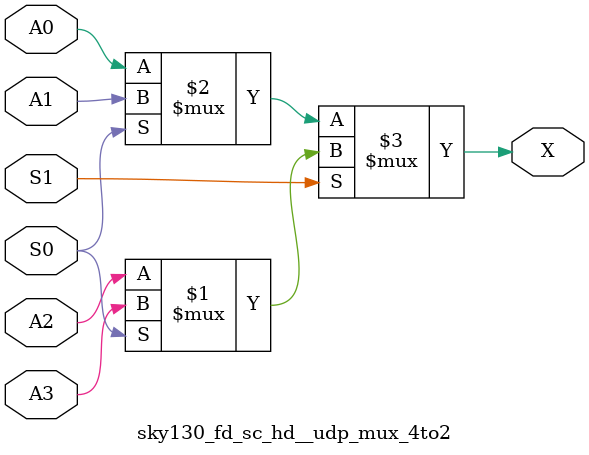
<source format=v>
`timescale 1ns / 1ps

/**
 * udp_dff$NSR: Negative edge triggered D flip-flop (Q output UDP)
 *              with both active high reset and set (set dominate).
 */
module sky130_fd_sc_hd__udp_dff$NSR (
    Q    ,
    SET  ,
    RESET,
    CLK_N,
    D
);

    output reg Q    ;
    input  wire SET  ;
    input  wire RESET;
    input  wire CLK_N;
    input  wire D    ;

    always @(posedge CLK_N or posedge SET or posedge RESET) begin
        if (SET)
            Q <= 1;
        else if (RESET)
            Q <= 0;
        else
            Q <= D;
    end

`ifdef nope
    table
     // SET RESET CLK_N  D  :  Qt : Qt+1
         0    1     ?    ?  :  ?  :  0    ; // Asserting reset
         0    *     ?    ?  :  0  :  0    ; // Changing reset
         1    ?     ?    ?  :  ?  :  1    ; // Asserting set (dominates reset)
         *    0     ?    ?  :  1  :  1    ; // Changing set
         0    ?    (01)  0  :  ?  :  0    ; // rising clock
         ?    0    (01)  1  :  ?  :  1    ; // rising clock
         0    ?     p    0  :  0  :  0    ; // potential rising clock
         ?    0     p    1  :  1  :  1    ; // potential rising clock
         0    0     n    ?  :  ?  :  -    ; // Clock falling register output does not change
         0    0     ?    *  :  ?  :  -    ; // Changing Data
    endtable
`endif

endmodule


/**
 * udp_dff$NSR_pp$PG$N: Negative edge triggered D flip-flop
 *                      (Q output UDP) with both active high reset and
 *                      set (set dominate). Includes VPWR and VGND
 *                      power pins and notifier pin.
 */
module sky130_fd_sc_hd__udp_dff$NSR_pp$PG$N (
    Q       ,
    SET     ,
    RESET   ,
    CLK_N   ,
    D       ,
    NOTIFIER,
    VPWR    ,
    VGND
);

    output reg Q       ;
    input  wire SET     ;
    input  wire RESET   ;
    input  wire CLK_N   ;
    input  wire D       ;
    input  wire NOTIFIER;
    input  wire VPWR    ;
    input  wire VGND    ;

    always @(posedge CLK_N or posedge SET or posedge RESET) begin
        if (SET)
            Q <= 1;
        else if (RESET)
            Q <= 0;
        else
            Q <= D;
    end

`ifdef nope
    table
     //         SET          RESET CLK_N  D  NOTIFIER VPWR VGND :  Qt : Qt+1
                 0             1     b    ?     ?      1    0   :  ?  :  0    ; // Asserting reset
                 0             *     ?    ?     ?      1    0   :  0  :  0    ; // Changing reset
                 1             ?     b    ?     ?      1    0   :  ?  :  1    ; // Asserting set  (dominates reset)
                 *             0     ?    ?     ?      1    0   :  1  :  1    ; // Changing set
                 1             ?     n    ?     ?      1    0   :  1  :  1    ;
                 ?             1     n    ?     ?      1    0   :  0  :  0    ;
                 x             ?     n    ?     ?      1    0   :  1  :  1    ;
                 ?             x     n    ?     ?      1    0   :  0  :  0    ;
                 0             ?    (01)  0     ?      1    0   :  ?  :  0    ; // rising clock
                 ?             0    (01)  1     ?      1    0   :  ?  :  1    ; // rising clock
                 0             ?     p    0     ?      1    0   :  0  :  0    ; // potential rising clock
                 ?             0     p    1     ?      1    0   :  1  :  1    ; // potential rising clock
                 0             ?     x    0     ?      1    0   :  1  :  x    ;
                 ?             0     x    1     ?      1    0   :  0  :  x    ;
                 0             0     n    ?     ?      1    0   :  ?  :  -    ; // Clock falling register output does not change
                 0             0     ?    *     ?      1    0   :  ?  :  -    ; // Changing Data
        // ['IfDef(functional)', '']                 ?             ?     ?    ?     *      1    0   :  ?  :  -    ; // go to - on notify
        // ['Else', '']                 ?             ?     ?    ?     *      1    0   :  ?  :  X    ; // go to X on notify
        // ['EndIfDef(functional)', '']                 ?             ?     ?    ?     ?      *    0   :  ?  :  X    ; // any change on vpwr
                 ?             ?     ?    ?     ?      ?    *   :  ?  :  X    ; // any change on vgnd
    endtable
`endif

endmodule


/**
 * udp_dff$P: Positive edge triggered D flip-flop (Q output UDP).
 *
 */
module sky130_fd_sc_hd__udp_dff$P (
    Q  ,
    D  ,
    CLK
);

    output reg Q  ;
    input  wire D  ;
    input  wire CLK;

    always @(posedge CLK) begin
        Q <= D;
    end

`ifdef nope
    table
     //  D  CLK  :  Qt : Qt+1
         1  (01) :  ?  :  1    ; // clocked data
         0  (01) :  ?  :  0    ;
         1  (x1) :  1  :  1    ; // reducing pessimism
         0  (x1) :  0  :  0    ;
         1  (0x) :  1  :  1    ;
         0  (0x) :  0  :  0    ;
         ?  (1x) :  ?  :  -    ; // no change on falling edge
         ?  (?0) :  ?  :  -    ;
         *   ?   :  ?  :  -    ; // ignore edges on data
    endtable
`endif

endmodule


/**
 * udp_dff$P_pp$PG$N: Positive edge triggered D flip-flop
 *                    (Q output UDP).
 */

module sky130_fd_sc_hd__udp_dff$P_pp$PG$N (
    Q       ,
    D       ,
    CLK     ,
    NOTIFIER,
    VPWR    ,
    VGND
);

    output reg Q       ;
    input  wire D       ;
    input  wire CLK     ;
    input  wire NOTIFIER;
    input  wire VPWR    ;
    input  wire VGND    ;

    always @(posedge CLK) begin
        Q <= D;
    end

`ifdef nope
    table
     //          D           CLK  NOTIFIER VPWR VGND :  Qt : Qt+1
                 1           (01)    ?      1    0   :  ?  :  1    ; // clocked data
                 0           (01)    ?      1    0   :  ?  :  0    ;
                 1           (x1)    ?      1    0   :  1  :  1    ; // reducing pessimism
                 0           (x1)    ?      1    0   :  0  :  0    ;
                 1           (0x)    ?      1    0   :  1  :  1    ;
                 0           (0x)    ?      1    0   :  0  :  0    ;
                 0            x      ?      1    0   :  0  :  0    ; // Hold when CLK=X and D=Q
                 1            x      ?      1    0   :  1  :  1    ; // Hold when CLK=X and D=Q
                 ?           (?0)    ?      1    0   :  ?  :  -    ;
                 *            b      ?      1    0   :  ?  :  -    ; // ignore edges on data
        // ['IfDef(functional)', '']                 ?            ?      *      1    0   :  ?  :  -    ;
        // ['Else', '']                 ?            ?      *      1    0   :  ?  :  x    ;
        // ['EndIfDef(functional)', '']                 ?            ?      ?      *    ?   :  ?  :  x    ; // any change on vpwr
                 ?            ?      ?      ?    *   :  ?  :  x    ; // any change on vgnd
    endtable
`endif

endmodule


/**
 * udp_dff$PR: Positive edge triggered D flip-flop with active high
 */
module sky130_fd_sc_hd__udp_dff$PR (
    Q    ,
    D    ,
    CLK  ,
    RESET
);

    output reg Q    ;
    input  wire D    ;
    input  wire CLK  ;
    input  wire RESET;

    always @(posedge CLK or posedge RESET) begin
        if (RESET)
            Q <= 0;
        else
            Q <= D;
    end

`ifdef nope
    table
     //  D  CLK  RESET :  Qt : Qt+1
         *   b     0   :  ?  :  -    ; // data event, hold unless CP==x
         ?  (?0)   0   :  ?  :  -    ; // CP => 0, hold
         ?   b    (?0) :  ?  :  -    ; // R => 0, hold unless CP==x
         ?   ?     1   :  ?  :  0    ; // async reset
         0   r     ?   :  ?  :  0    ; // clock data on CP
         1   r     0   :  ?  :  1    ; // clock data on CP
         0  (x1)   ?   :  0  :  0    ; // possible CP, hold when D==Q==0
         1  (x1)   0   :  1  :  1    ; // possible CP, hold when D==Q==1
         0   x     ?   :  0  :  0    ; // unkown CP, hold when D==Q==0
         1   x     0   :  1  :  1    ; // unkown CP, hold when D==Q==1
         ?   b    (?x) :  0  :  0    ; // R=>x, hold when Q==0 unless CP==x
    endtable
`endif

endmodule


/**
 * udp_dff$PR_pp$PG$N: Positive edge triggered D flip-flop with active
 *                     high
 */
module sky130_fd_sc_hd__udp_dff$PR_pp$PG$N (
    Q       ,
    D       ,
    CLK     ,
    RESET   ,
    NOTIFIER,
    VPWR    ,
    VGND
);

    output reg Q       ;
    input  wire D       ;
    input  wire CLK     ;
    input  wire RESET   ;
    input  wire NOTIFIER;
    input  wire VPWR    ;
    input  wire VGND    ;

    always @(posedge CLK or posedge RESET) begin
        if (RESET)
            Q <= 0;
        else
            Q <= D;
    end

`ifdef nope
    table
     //          D           CLK  RESET NOTIFIER VPWR VGND :  Qt : Qt+1
                 *            b     0      ?      1    0   :  ?  :  -    ; // data event, hold unless CP==x
                 ?           (?0)   0      ?      1    0   :  ?  :  -    ; // CP => 0, hold
                 ?            b    (?0)    ?      1    0   :  ?  :  -    ; // R => 0, hold unless CP==x
                 ?            ?     1      ?      1    0   :  ?  :  0    ; // async reset
                 0            r     ?      ?      1    0   :  ?  :  0    ; // clock data on CP
                 1            r     0      ?      1    0   :  ?  :  1    ; // clock data on CP
                 0           (x1)   ?      ?      1    0   :  0  :  0    ; // possible CP, hold when D==Q==0
                 1           (x1)   0      ?      1    0   :  1  :  1    ; // possible CP, hold when D==Q==1
                 0            x     ?      ?      1    0   :  0  :  0    ; // unkown CP, hold when D==Q==0
                 1            x     0      ?      1    0   :  1  :  1    ; // unkown CP, hold when D==Q==1
                 ?            b    (?x)    ?      1    0   :  0  :  0    ; // R=>x, hold when Q==0 unless CP==x
                 ?           (?0)   x      ?      1    0   :  0  :  0    ;
        // ['IfDef(functional)', '']                 ?            ?     ?      *      1    0   :  ?  :  -    ; // Q => - on any change on notifier
        // ['Else', '']                 ?            ?     ?      *      1    0   :  ?  :  x    ; // Q => X on any change on notifier
        // ['EndIfDef(functional)', '']                 ?            ?     ?      ?      *    ?   :  ?  :  x    ; // Q => X on any change on vpwr
                 ?            ?     ?      ?      ?    *   :  ?  :  x    ; // Q => X on any change on vgnd
    endtable
`endif

endmodule


/**
 * udp_dff$PS: Positive edge triggered D flip-flop with active high
 */
module sky130_fd_sc_hd__udp_dff$PS (
    Q  ,
    D  ,
    CLK,
    SET
);

    output reg Q  ;
    input  wire D  ;
    input  wire CLK;
    input  wire SET;

    always @(posedge CLK or posedge SET) begin
        if (SET)
            Q <= 1;
        else
            Q <= D;
    end

`ifdef nope
    table
     //  D  CLK  SET  :  Qt : Qt+1
         *   b    0   :  ?  :  -    ; // data event, hold unless CP==x
         ?  (?0)  0   :  ?  :  -    ; // CP => 0, hold
         ?   b   (?0) :  ?  :  -    ; // S => 0, hold unless CP==x
         ?   ?    1   :  ?  :  1    ; // async set
         0   r    0   :  ?  :  0    ; // clock data on CP
         1   r    ?   :  ?  :  1    ; // clock data on CP
         0  (x1)  0   :  0  :  0    ; // possible CP, hold when D==Q==0
         1  (x1)  ?   :  1  :  1    ; // possible CP, hold when D==Q==1
         0   x    0   :  0  :  0    ; // unkown CP, hold when D==Q==0
         1   x    ?   :  1  :  1    ; // unkown CP, hold when D==Q==1
         ?   b   (?x) :  1  :  1    ; // S=>x, hold when Q==1 unless CP==x
    endtable
`endif

endmodule


/**
 * udp_dff$PS_pp$PG$N: Positive edge triggered D flip-flop with active
 *                     high
 */
module sky130_fd_sc_hd__udp_dff$PS_pp$PG$N (
    Q       ,
    D       ,
    CLK     ,
    SET     ,
    NOTIFIER,
    VPWR    ,
    VGND
);

    output reg Q       ;
    input  wire D       ;
    input  wire CLK     ;
    input  wire SET     ;
    input  wire NOTIFIER;
    input  wire VPWR    ;
    input  wire VGND    ;

    always @(posedge CLK or posedge SET) begin
        if (SET)
            Q <= 1;
        else
            Q <= D;
    end

`ifdef nope
    table
     //          D           CLK  SET  NOTIFIER VPWR VGND :  Qt : Qt+1
                 *            b    0      ?      1    0   :  ?  :  -    ; // data event, hold unless CP==x
                 ?           (?0)  0      ?      1    0   :  ?  :  -    ; // CP => 0, hold
                 ?            b   (?0)    ?      1    0   :  ?  :  -    ; // S => 0, hold unless CP==x
                 ?            ?    1      ?      1    0   :  ?  :  1    ; // async set
                 0            r    0      ?      1    0   :  ?  :  0    ; // clock data on CP
                 1            r    ?      ?      1    0   :  ?  :  1    ; // clock data on CP
                 0           (x1)  0      ?      1    0   :  0  :  0    ; // possible CP, hold when D==Q==0
                 1           (x1)  ?      ?      1    0   :  1  :  1    ; // possible CP, hold when D==Q==1
                 0            x    0      ?      1    0   :  0  :  0    ; // unkown CP, hold when D==Q==0
                 1            x    ?      ?      1    0   :  1  :  1    ; // unkown CP, hold when D==Q==1
                 ?            b   (?x)    ?      1    0   :  1  :  1    ; // S=>x, hold when Q==1 unless CP==x
                 ?           (?0)  x      ?      1    0   :  1  :  1    ;
        // ['IfDef(functional)', '']                 ?            ?    ?      *      1    0   :  ?  :  -    ; // Q => - on any change on notifier
        // ['Else', '']                 ?            ?    ?      *      1    0   :  ?  :  x    ; // Q => X on any change on notifier
        // ['EndIfDef(functional)', '']                 ?            ?    ?      ?      *    ?   :  ?  :  x    ; // Q => X on any change on vpwr
                 ?            ?    ?      ?      ?    *   :  ?  :  x    ; // Q => X on any change on vgnd
    endtable
`endif

endmodule


/**
 * udp_dlatch$lP: D-latch, gated standard drive / active high
 *                (Q output UDP)
 */
module sky130_fd_sc_hd__udp_dlatch$lP (
    Q   ,
    D   ,
    GATE
);

    output reg Q   ;
    input  wire D   ;
    input  wire GATE;

    always @* begin
        if (GATE)
            Q = D;
    end

`ifdef nope
    table
     //  D  GATE :  Qt : Qt+1
         ?   0   :  ?  :  -    ; // hold
         0   1   :  ?  :  0    ; // pass 0
         1   1   :  ?  :  1    ; // pass 1
         0   x   :  0  :  0    ; // reduce pessimism
         1   x   :  1  :  1    ; // reduce pessimism
    endtable
`endif

endmodule


/**
 * udp_dlatch$lP_pp$PG$N: D-latch, gated standard drive / active high
 *                        (Q output UDP)
 */
module sky130_fd_sc_hd__udp_dlatch$lP_pp$PG$N (
    Q       ,
    D       ,
    GATE    ,
    NOTIFIER,
    VPWR    ,
    VGND
);

    output reg Q       ;
    input  wire D       ;
    input  wire GATE    ;
    input  wire NOTIFIER;
    input  wire VPWR    ;
    input  wire VGND    ;

    always @* begin
        if (GATE)
            Q = D;
    end

`ifdef nope
    table
     //          D           GATE NOTIFIER VPWR VGND : Qtn : Qtn+1
                 *            0      ?      1    0   :  ?  :   -    ;
                 ?           (?0)    ?      1    0   :  ?  :   -    ;
                 ?           (1x)    ?      1    0   :  ?  :   -    ;
                 0           (0x)    ?      1    0   :  0  :   0    ;
                 1           (0x)    ?      1    0   :  1  :   1    ;
                 0           (x1)    ?      1    0   :  ?  :   0    ;
                 1           (x1)    ?      1    0   :  ?  :   1    ;
                (?0)          1      ?      1    0   :  ?  :   0    ;
                (?1)          1      ?      1    0   :  ?  :   1    ;
                 0           (01)    ?      1    0   :  ?  :   0    ;
                 1           (01)    ?      1    0   :  ?  :   1    ;
                (?1)          x      ?      1    0   :  1  :   1    ; // Reducing pessimism.
                (?0)          x      ?      1    0   :  0  :   0    ;
        // ['IfDef(functional)', '']                 ?            ?      *      1    0   :  ?  :   -    ;
        // ['Else', '']                 ?            ?      *      1    0   :  ?  :   x    ;
        // ['EndIfDef(functional)', '']                 ?            ?      ?      *    ?   :  ?  :   x    ; // any change on vpwr
                 ?            ?      ?      ?    *   :  ?  :   x    ; // any change on vgnd
    endtable
`endif

endmodule


/**
 * udp_dlatch$P: D-latch, gated standard drive / active high
 *               (Q output UDP)
 */
module sky130_fd_sc_hd__udp_dlatch$P (
    Q   ,
    D   ,
    GATE
);

    output reg Q   ;
    input  wire D   ;
    input  wire GATE;

    always @* begin
        if (GATE)
            Q = D;
    end

`ifdef nope
    table
     //  D  GATE :  Qt : Qt+1
         ?   0   :  ?  :  -    ; // hold
         0   1   :  ?  :  0    ; // pass 0
         1   1   :  ?  :  1    ; // pass 1
         0   x   :  0  :  0    ; // reduce pessimism
         1   x   :  1  :  1    ; // reduce pessimism
    endtable
`endif
endmodule


/**
 * udp_dlatch$P_pp$PG$N: D-latch, gated standard drive / active high
 *                       (Q output UDP)
 */
module sky130_fd_sc_hd__udp_dlatch$P_pp$PG$N (
    Q       ,
    D       ,
    GATE    ,
    NOTIFIER,
    VPWR    ,
    VGND
);

    output reg Q       ;
    input  wire D       ;
    input  wire GATE    ;
    input  wire NOTIFIER;
    input  wire VPWR    ;
    input  wire VGND    ;

    always @* begin
        if (GATE)
            Q = D;
    end

`ifdef nope
    table
     //          D           GATE NOTIFIER VPWR VGND : Qtn : Qtn+1
                 *            0      ?      1    0   :  ?  :   -    ;
                 ?           (?0)    ?      1    0   :  ?  :   -    ;
                 ?           (1x)    ?      1    0   :  ?  :   -    ;
                 0           (0x)    ?      1    0   :  0  :   0    ;
                 1           (0x)    ?      1    0   :  1  :   1    ;
                 0           (x1)    ?      1    0   :  ?  :   0    ;
                 1           (x1)    ?      1    0   :  ?  :   1    ;
                (?0)          1      ?      1    0   :  ?  :   0    ;
                (?1)          1      ?      1    0   :  ?  :   1    ;
                 0           (01)    ?      1    0   :  ?  :   0    ;
                 1           (01)    ?      1    0   :  ?  :   1    ;
                (?1)          x      ?      1    0   :  1  :   1    ; // Reducing pessimism.
                (?0)          x      ?      1    0   :  0  :   0    ;
        // ['IfDef(functional)', '']                 ?            ?      *      1    0   :  ?  :   -    ;
        // ['Else', '']                 ?            ?      *      1    0   :  ?  :   x    ;
        // ['EndIfDef(functional)', '']                 0            1      ?     (?1)  0   :  ?  :   0    ;
                 1            1      ?     (?1)  0   :  ?  :   1    ;
                 0            1      ?      1   (?0) :  ?  :   0    ;
                 1            1      ?      1   (?0) :  ?  :   1    ;
    endtable
`endif

endmodule


/**
 * udp_dlatch$PR: D-latch, gated clear direct / gate active high
 *                (Q output UDP)
 */
module sky130_fd_sc_hd__udp_dlatch$PR (
    Q    ,
    D    ,
    GATE ,
    RESET
);

    output Q    ;
    input  D    ;
    input  GATE ;
    input  RESET;

    always @* begin
        if (RESET)
            Q = 0;
        else if (GATE)
            Q = D;
    end

`ifdef nope
    table
     //  D  GATE RESET :  Qt : Qt+1
         ?   0     0   :  ?  :  -    ; // hold
         0   1     0   :  ?  :  0    ; // pass 0
         1   1     0   :  ?  :  1    ; // pass 1
         ?   ?     1   :  ?  :  0    ; // async reset
         0   1     ?   :  ?  :  0    ; // reduce pessimism
         0   x     0   :  0  :  0    ; // reduce pessimism
         1   x     0   :  1  :  1    ; // reduce pessimism
         ?   0     x   :  0  :  0    ; // reduce pessimism
         0   x     x   :  0  :  0    ; // reduce pessimism
    endtable
`endif
endmodule


/**
 * udp_dlatch$PR_pp$PG$N: D-latch, gated clear direct / gate active
 *                        high (Q output UDP)
 */
module sky130_fd_sc_hd__udp_dlatch$PR_pp$PG$N (
    Q       ,
    D       ,
    GATE    ,
    RESET   ,
    NOTIFIER,
    VPWR    ,
    VGND
);

    output reg Q       ;
    input  wire D       ;
    input  wire GATE    ;
    input  wire RESET   ;
    input  wire NOTIFIER;
    input  wire VPWR    ;
    input  wire VGND    ;

    always @* begin
        if (RESET)
            Q = 0;
        else if (GATE)
            Q = D;
    end

`ifdef nope
    table
     //          D           GATE RESET NOTIFIER VPWR VGND :  Qt : Qt+1
                 *            0     0      ?      1    0   :  ?  :  -    ;
                 ?            ?     1      ?      1    0   :  ?  :  0    ; // asynchro clear
                 ?           (?0)   0      ?      1    0   :  ?  :  -    ; // Changed R=? to R=0 ; jek 08/14/06/
                 ?           (1x)   0      ?      1    0   :  ?  :  -    ; // Changed R=? to R=0 ; jek 08/14/06
                 0           (0x)   0      ?      1    0   :  0  :  0    ;
                 1           (0x)   0      ?      1    0   :  1  :  1    ;
                 0           (x1)   0      ?      1    0   :  ?  :  0    ;
                 1           (x1)   0      ?      1    0   :  ?  :  1    ;
                (?0)          1     0      ?      1    0   :  ?  :  0    ;
                (?1)          1     0      ?      1    0   :  ?  :  1    ;
                 0           (01)   0      ?      1    0   :  ?  :  0    ;
                 1           (01)   0      ?      1    0   :  ?  :  1    ;
                 ?            0    (?x)    ?      1    0   :  0  :  0    ; // Reducing pessimism.//AB
                 *            0     x      ?      1    0   :  0  :  0    ; // Reducing pessimism//AB
                 0           (?1)   x      ?      1    0   :  ?  :  0    ; // Reducing pessimism.
                (?0)          1     x      ?      1    0   :  ?  :  0    ; // Reducing pessimism.
                 0            1    (?x)    ?      1    0   :  ?  :  0    ; // Reducing pessimism.//AB
                 ?            0    (?0)    ?      1    0   :  ?  :  -    ; // ignore edge on clear
                 0            1    (?0)    ?      1    0   :  ?  :  0    ; // pessimism .
                 1            1    (?0)    ?      1    0   :  ?  :  1    ;
                (?1)          x     0      ?      1    0   :  1  :  1    ; // Reducing pessimism.
                (?0)          x     0      ?      1    0   :  0  :  0    ; // Reducing pessimism.
        // ['IfDef(functional)', '']                 ?            ?     ?      *      1    0   :  ?  :  -    ;
        // ['Else', '']                 ?            ?     ?      *      1    0   :  ?  :  x    ;
        // ['EndIfDef(functional)', '']                 0            1     0      ?     (?1)  0   :  ?  :  0    ;
                 1            1     0      ?     (?1)  0   :  ?  :  1    ;
                 0            1     0      ?      1   (?0) :  ?  :  0    ;
                 1            1     0      ?      1   (?0) :  ?  :  1    ;
    endtable
`endif

endmodule


/**
 * udp_mux_2to1: Two to one multiplexer
 */
module sky130_fd_sc_hd__udp_mux_2to1 (
    X ,
    A0,
    A1,
    S
);

    output wire X ;
    input  wire A0;
    input  wire A1;
    input  wire S ;

    assign X = S ? A1 : A0;

`ifdef nope
    table
     //  A0  A1  S  :  X
         0   0   ?  :  0   ;
         1   1   ?  :  1   ;
         0   ?   0  :  0   ;
         1   ?   0  :  1   ;
         ?   0   1  :  0   ;
         ?   1   1  :  1   ;
    endtable
`endif

endmodule


/**
 * udp_mux_2to1_N: Two to one multiplexer with inverting output
 */
module sky130_fd_sc_hd__udp_mux_2to1_N (
    Y ,
    A0,
    A1,
    S
);

    output wire Y ;
    input  wire A0;
    input  wire A1;
    input  wire S ;

    assign X = !(S ? A1 : A0);

`ifdef nope
    table
     //  A0  A1  S  :  Y
         0   ?   0  :  1   ;
         1   ?   0  :  0   ;
         ?   0   1  :  1   ;
         ?   1   1  :  0   ;
         0   0   ?  :  1   ;
         1   1   ?  :  0   ;
    endtable
`endif

endmodule


/**
 * udp_mux_4to2: Four to one multiplexer with 2 select controls
 *
 */
module sky130_fd_sc_hd__udp_mux_4to2 (
    X ,
    A0,
    A1,
    A2,
    A3,
    S0,
    S1
);

    output wire X ;
    input  wire A0;
    input  wire A1;
    input  wire A2;
    input  wire A3;
    input  wire S0;
    input  wire S1;

    assign X = S1 ? (S0 ? A3 : A2) : (S0 ? A1 : A0);

`ifdef nope
    table
     //  A0  A1  A2  A3  S0  S1 :  X
         0   ?   ?   ?   0   0  :  0   ;
         1   ?   ?   ?   0   0  :  1   ;
         ?   0   ?   ?   1   0  :  0   ;
         ?   1   ?   ?   1   0  :  1   ;
         ?   ?   0   ?   0   1  :  0   ;
         ?   ?   1   ?   0   1  :  1   ;
         ?   ?   ?   0   1   1  :  0   ;
         ?   ?   ?   1   1   1  :  1   ;
         0   0   0   0   ?   ?  :  0   ;
         1   1   1   1   ?   ?  :  1   ;
         0   0   ?   ?   ?   0  :  0   ;
         1   1   ?   ?   ?   0  :  1   ;
         ?   ?   0   0   ?   1  :  0   ;
         ?   ?   1   1   ?   1  :  1   ;
         0   ?   0   ?   0   ?  :  0   ;
         1   ?   1   ?   0   ?  :  1   ;
         ?   0   ?   0   1   ?  :  0   ;
         ?   1   ?   1   1   ?  :  1   ;
    endtable
`endif
endmodule


`ifdef NOPE

/**
 * Copyright 2020 The SkyWater PDK Authors
 *
 * Licensed under the Apache License, Version 2.0 (the "License");
 * you may not use this file except in compliance with the License.
 * You may obtain a copy of the License at
 *
 *     https://www.apache.org/licenses/LICENSE-2.0
 *
 * Unless required by applicable law or agreed to in writing, software
 * distributed under the License is distributed on an "AS IS" BASIS,
 * WITHOUT WARRANTIES OR CONDITIONS OF ANY KIND, either express or implied.
 * See the License for the specific language governing permissions and
 * limitations under the License.
 *
 * SPDX-License-Identifier: Apache-2.0
 */

`ifndef SKY130_FD_SC_HD__UDP_PWRGOOD_L_PP_G_V
`define SKY130_FD_SC_HD__UDP_PWRGOOD_L_PP_G_V

/**

 *   UDP_OUT :=x when VGND!=0
 *   UDP_OUT :=UDP_IN when VGND==0
 *
 * Verilog primitive definition.
 *
 * WARNING: This file is autogenerated, do not modify directly!
 */

`timescale 1ns / 1ps

`ifdef NO_PRIMITIVES
`else
primitive sky130_fd_sc_hd__udp_pwrgood$l_pp$G (
    UDP_OUT,
    UDP_IN ,
    VGND
);

    output UDP_OUT;
    input  UDP_IN ;
    input  VGND   ;

    table
     // UDP_IN VGND : out
          0     0   :  0   ;
          1     0   :  1   ;
          x     0   :  x   ;
          ?     1   :  x   ;
          ?     x   :  x   ;
    endtable
endprimitive
`endif // NO_PRIMITIVES

`endif  // SKY130_FD_SC_HD__UDP_PWRGOOD_L_PP_G_V


//--------EOF---------

/**
 * Copyright 2020 The SkyWater PDK Authors
 *
 * Licensed under the Apache License, Version 2.0 (the "License");
 * you may not use this file except in compliance with the License.
 * You may obtain a copy of the License at
 *
 *     https://www.apache.org/licenses/LICENSE-2.0
 *
 * Unless required by applicable law or agreed to in writing, software
 * distributed under the License is distributed on an "AS IS" BASIS,
 * WITHOUT WARRANTIES OR CONDITIONS OF ANY KIND, either express or implied.
 * See the License for the specific language governing permissions and
 * limitations under the License.
 *
 * SPDX-License-Identifier: Apache-2.0
 */

`ifndef SKY130_FD_SC_HD__UDP_PWRGOOD_L_PP_PG_V
`define SKY130_FD_SC_HD__UDP_PWRGOOD_L_PP_PG_V

/**

 *   UDP_OUT :=x when VPWR!=1 or VGND!=0
 *   UDP_OUT :=UDP_IN when VPWR==1 and VGND==0
 *
 * Verilog primitive definition.
 *
 * WARNING: This file is autogenerated, do not modify directly!
 */

`timescale 1ns / 1ps

`ifdef NO_PRIMITIVES
`else
primitive sky130_fd_sc_hd__udp_pwrgood$l_pp$PG (
    UDP_OUT,
    UDP_IN ,
    VPWR   ,
    VGND
);

    output UDP_OUT;
    input  UDP_IN ;
    input  VPWR   ;
    input  VGND   ;

    table
     // UDP_IN VPWR VGND : out
          0     1    0   :  0   ;
          1     1    0   :  1   ;
          x     1    0   :  x   ;
          ?     0    0   :  x   ;
          ?     1    1   :  x   ;
          ?     x    0   :  x   ;
          ?     1    x   :  x   ;
    endtable
endprimitive
`endif // NO_PRIMITIVES

`endif  // SKY130_FD_SC_HD__UDP_PWRGOOD_L_PP_PG_V


//--------EOF---------

/**
 * Copyright 2020 The SkyWater PDK Authors
 *
 * Licensed under the Apache License, Version 2.0 (the "License");
 * you may not use this file except in compliance with the License.
 * You may obtain a copy of the License at
 *
 *     https://www.apache.org/licenses/LICENSE-2.0
 *
 * Unless required by applicable law or agreed to in writing, software
 * distributed under the License is distributed on an "AS IS" BASIS,
 * WITHOUT WARRANTIES OR CONDITIONS OF ANY KIND, either express or implied.
 * See the License for the specific language governing permissions and
 * limitations under the License.
 *
 * SPDX-License-Identifier: Apache-2.0
 */

`ifndef SKY130_FD_SC_HD__UDP_PWRGOOD_L_PP_PG_S_V
`define SKY130_FD_SC_HD__UDP_PWRGOOD_L_PP_PG_S_V

/**

 *   UDP_OUT :=x when VPWR!=1 or VGND!=0
 *   UDP_OUT :=UDP_IN when VPWR==1 and VGND==0
 *
 * Verilog primitive definition.
 *
 * WARNING: This file is autogenerated, do not modify directly!
 */

`timescale 1ns / 1ps

`ifdef NO_PRIMITIVES
`else
primitive sky130_fd_sc_hd__udp_pwrgood$l_pp$PG$S (
    UDP_OUT,
    UDP_IN ,
    VPWR   ,
    VGND   ,
    SLEEP
);

    output UDP_OUT;
    input  UDP_IN ;
    input  VPWR   ;
    input  VGND   ;
    input  SLEEP  ;

    table
     // UDP_IN VPWR VGND SLEEP : out
          0     1    0     ?   :  0   ;
          1     1    0     0   :  1   ;
          x     1    0     0   :  x   ;
          ?     0    0     0   :  x   ;
          ?     1    1     0   :  x   ;
          ?     x    0     0   :  x   ;
          ?     1    x     0   :  x   ;
          ?     ?    0     1   :  0   ;
          ?     ?    1     1   :  x   ;
          ?     ?    x     1   :  x   ;
    endtable
endprimitive
`endif // NO_PRIMITIVES

`endif  // SKY130_FD_SC_HD__UDP_PWRGOOD_L_PP_PG_S_V


//--------EOF---------

/**
 * Copyright 2020 The SkyWater PDK Authors
 *
 * Licensed under the Apache License, Version 2.0 (the "License");
 * you may not use this file except in compliance with the License.
 * You may obtain a copy of the License at
 *
 *     https://www.apache.org/licenses/LICENSE-2.0
 *
 * Unless required by applicable law or agreed to in writing, software
 * distributed under the License is distributed on an "AS IS" BASIS,
 * WITHOUT WARRANTIES OR CONDITIONS OF ANY KIND, either express or implied.
 * See the License for the specific language governing permissions and
 * limitations under the License.
 *
 * SPDX-License-Identifier: Apache-2.0
 */

`ifndef SKY130_FD_SC_HD__UDP_PWRGOOD_PP_G_V
`define SKY130_FD_SC_HD__UDP_PWRGOOD_PP_G_V

/**

 *   UDP_OUT :=x when VPWR!=1
 *   UDP_OUT :=UDP_IN when VPWR==1
 *
 * Verilog primitive definition.
 *
 * WARNING: This file is autogenerated, do not modify directly!
 */

`timescale 1ns / 1ps

`ifdef NO_PRIMITIVES
`else
primitive sky130_fd_sc_hd__udp_pwrgood_pp$G (
    UDP_OUT,
    UDP_IN ,
    VGND
);

    output UDP_OUT;
    input  UDP_IN ;
    input  VGND   ;

    table
     // UDP_IN VPWR : UDP_OUT
          0     0   :    0     ;
          1     0   :    1     ;
          ?     1   :    x     ;
          ?     x   :    x     ;
    endtable
endprimitive
`endif // NO_PRIMITIVES

`endif  // SKY130_FD_SC_HD__UDP_PWRGOOD_PP_G_V


//--------EOF---------

/**
 * Copyright 2020 The SkyWater PDK Authors
 *
 * Licensed under the Apache License, Version 2.0 (the "License");
 * you may not use this file except in compliance with the License.
 * You may obtain a copy of the License at
 *
 *     https://www.apache.org/licenses/LICENSE-2.0
 *
 * Unless required by applicable law or agreed to in writing, software
 * distributed under the License is distributed on an "AS IS" BASIS,
 * WITHOUT WARRANTIES OR CONDITIONS OF ANY KIND, either express or implied.
 * See the License for the specific language governing permissions and
 * limitations under the License.
 *
 * SPDX-License-Identifier: Apache-2.0
 */

`ifndef SKY130_FD_SC_HD__UDP_PWRGOOD_PP_P_V
`define SKY130_FD_SC_HD__UDP_PWRGOOD_PP_P_V

/**

 *   UDP_OUT :=x when VPWR!=1
 *   UDP_OUT :=UDP_IN when VPWR==1
 *
 * Verilog primitive definition.
 *
 * WARNING: This file is autogenerated, do not modify directly!
 */

`timescale 1ns / 1ps

`ifdef NO_PRIMITIVES
`else
primitive sky130_fd_sc_hd__udp_pwrgood_pp$P (
    UDP_OUT,
    UDP_IN ,
    VPWR
);

    output UDP_OUT;
    input  UDP_IN ;
    input  VPWR   ;

    table
     // UDP_IN VPWR : UDP_OUT
          0     1   :    0     ;
          1     1   :    1     ;
          ?     0   :    x     ;
          ?     x   :    x     ;
    endtable
endprimitive
`endif // NO_PRIMITIVES

`endif  // SKY130_FD_SC_HD__UDP_PWRGOOD_PP_P_V


//--------EOF---------

/**
 * Copyright 2020 The SkyWater PDK Authors
 *
 * Licensed under the Apache License, Version 2.0 (the "License");
 * you may not use this file except in compliance with the License.
 * You may obtain a copy of the License at
 *
 *     https://www.apache.org/licenses/LICENSE-2.0
 *
 * Unless required by applicable law or agreed to in writing, software
 * distributed under the License is distributed on an "AS IS" BASIS,
 * WITHOUT WARRANTIES OR CONDITIONS OF ANY KIND, either express or implied.
 * See the License for the specific language governing permissions and
 * limitations under the License.
 *
 * SPDX-License-Identifier: Apache-2.0
 */

`ifndef SKY130_FD_SC_HD__UDP_PWRGOOD_PP_PG_V
`define SKY130_FD_SC_HD__UDP_PWRGOOD_PP_PG_V

/**

 *   UDP_OUT :=x when VPWR!=1 or VGND!=0
 *   UDP_OUT :=UDP_IN when VPWR==1 and VGND==0
 *
 * Verilog primitive definition.
 *
 * WARNING: This file is autogenerated, do not modify directly!
 */

`timescale 1ns / 1ps

`ifdef NO_PRIMITIVES
`else
primitive sky130_fd_sc_hd__udp_pwrgood_pp$PG (
    UDP_OUT,
    UDP_IN ,
    VPWR   ,
    VGND
);

    output UDP_OUT;
    input  UDP_IN ;
    input  VPWR   ;
    input  VGND   ;

    table
     // UDP_IN VPWR VGND : out
          0     1    0   :  0   ;
          1     1    0   :  1   ;
          x     1    0   :  x   ;
          ?     0    0   :  x   ;
          ?     1    1   :  x   ;
          ?     x    0   :  x   ;
          ?     1    x   :  x   ;
    endtable
endprimitive
`endif // NO_PRIMITIVES

`endif  // SKY130_FD_SC_HD__UDP_PWRGOOD_PP_PG_V


//--------EOF---------
`endif

</source>
